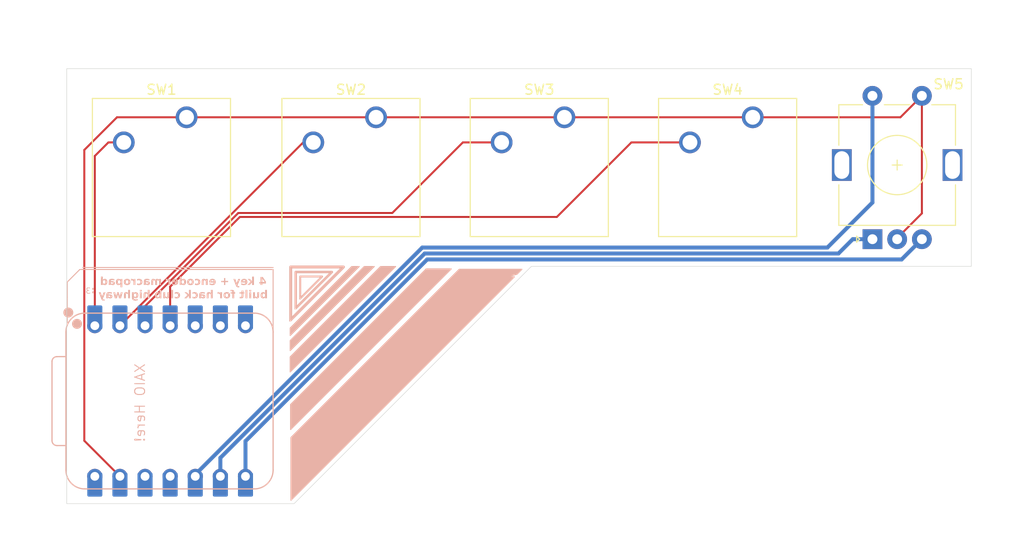
<source format=kicad_pcb>
(kicad_pcb (version 20241229) (generator "pcbnew") (generator_version "9.0")
  (layers (0 "F.Cu" signal) (2 "B.Cu" signal) (13 "F.Paste" user) (15 "B.Paste" user) (5 "F.SilkS" user "F.Silkscreen") (7 "B.SilkS" user "B.Silkscreen") (1 "F.Mask" user) (3 "B.Mask" user) (25 "Edge.Cuts" user))
  (net 0 "")
  (net 1 "GND")
  (net 2 "SWITCH4")
  (net 3 "+5V")
  (net 4 "ENCODER_B")
  (net 5 "SWITCH1")
  (net 6 "SWITCH2")
  (net 7 "SWITCH3")
  (net 9 "SWITCH_EC11")
  (net 10 "ENCODER_A")
  (footprint "Button_Switch_Keyboard:SW_Cherry_MX_1.00u_PCB" (layer "F.Cu") (at 97.79 99.92)
    (property "Reference" "SW2" (at -2.54 -2.794 0) (layer "F.SilkS"))
    (property "Value" "SW_Push_45deg")
    (fp_line (start -9.525 -1.905) (end 4.445 -1.905) (stroke (width 0.12)) (layer "F.SilkS"))
    (fp_line (start -9.525 12.065) (end -9.525 -1.905) (stroke (width 0.12)) (layer "F.SilkS"))
    (fp_line (start 4.445 -1.905) (end 4.445 12.065) (stroke (width 0.12)) (layer "F.SilkS"))
    (fp_line (start 4.445 12.065) (end -9.525 12.065) (stroke (width 0.12)) (layer "F.SilkS"))
    (pad "" np_thru_hole circle (at -7.62 5.08) (size 1.7 1.7) (drill 1.7) (layers "*.Cu" "*.Mask"))
    (pad "" np_thru_hole circle (at -2.54 5.08) (size 4 4) (drill 4) (layers "*.Cu" "*.Mask"))
    (pad "" np_thru_hole circle (at 2.54 5.08) (size 1.7 1.7) (drill 1.7) (layers "*.Cu" "*.Mask"))
    (pad "1" thru_hole circle (at 0 0) (size 2.2 2.2) (drill 1.5) (layers "*.Cu" "*.Mask") (net 1 "GND"))
    (pad "2" thru_hole circle (at -6.35 2.54) (size 2.2 2.2) (drill 1.5) (layers "*.Cu" "*.Mask") (net 6 "SWITCH2"))
  )
  (footprint "Button_Switch_Keyboard:SW_Cherry_MX_1.00u_PCB" (layer "F.Cu") (at 135.89 99.92)
    (property "Reference" "SW4" (at -2.54 -2.794 0) (layer "F.SilkS"))
    (property "Value" "SW_Push_45deg")
    (fp_line (start -9.525 -1.905) (end 4.445 -1.905) (stroke (width 0.12)) (layer "F.SilkS"))
    (fp_line (start -9.525 12.065) (end -9.525 -1.905) (stroke (width 0.12)) (layer "F.SilkS"))
    (fp_line (start 4.445 -1.905) (end 4.445 12.065) (stroke (width 0.12)) (layer "F.SilkS"))
    (fp_line (start 4.445 12.065) (end -9.525 12.065) (stroke (width 0.12)) (layer "F.SilkS"))
    (pad "" np_thru_hole circle (at -7.62 5.08) (size 1.7 1.7) (drill 1.7) (layers "*.Cu" "*.Mask"))
    (pad "" np_thru_hole circle (at -2.54 5.08) (size 4 4) (drill 4) (layers "*.Cu" "*.Mask"))
    (pad "" np_thru_hole circle (at 2.54 5.08) (size 1.7 1.7) (drill 1.7) (layers "*.Cu" "*.Mask"))
    (pad "1" thru_hole circle (at 0 0) (size 2.2 2.2) (drill 1.5) (layers "*.Cu" "*.Mask") (net 1 "GND"))
    (pad "2" thru_hole circle (at -6.35 2.54) (size 2.2 2.2) (drill 1.5) (layers "*.Cu" "*.Mask") (net 2 "SWITCH4"))
  )
  (footprint "Rotary_Encoder:RotaryEncoder_Alps_EC11E-Switch_Vertical_H20mm" (layer "F.Cu") (at 148 112.25 90)
    (property "Reference" "SW5" (at 15.6792 7.702 180) (layer "F.SilkS"))
    (property "Value" "RotaryEncoder_Switch")
    (fp_line (start 13.6 -3.4) (end 13.6 -1) (stroke (width 0.12)) (layer "F.SilkS"))
    (fp_line (start 9.5 -3.4) (end 13.6 -3.4) (stroke (width 0.12)) (layer "F.SilkS"))
    (fp_line (start 5.5 -3.4) (end 1.4 -3.4) (stroke (width 0.12)) (layer "F.SilkS"))
    (fp_line (start 1.4 -3.4) (end 1.4 8.4) (stroke (width 0.12)) (layer "F.SilkS"))
    (fp_line (start 0.3 -1.6) (end 0 -1.3) (stroke (width 0.12)) (layer "F.SilkS"))
    (fp_line (start -0.3 -1.6) (end 0.3 -1.6) (stroke (width 0.12)) (layer "F.SilkS"))
    (fp_line (start 0 -1.3) (end -0.3 -1.6) (stroke (width 0.12)) (layer "F.SilkS"))
    (fp_line (start 13.6 1.2) (end 13.6 3.8) (stroke (width 0.12)) (layer "F.SilkS"))
    (fp_line (start 7.5 2) (end 7.5 3) (stroke (width 0.12)) (layer "F.SilkS"))
    (fp_line (start 7 2.5) (end 8 2.5) (stroke (width 0.12)) (layer "F.SilkS"))
    (fp_line (start 13.6 6) (end 13.6 8.4) (stroke (width 0.12)) (layer "F.SilkS"))
    (fp_line (start 13.6 8.4) (end 9.5 8.4) (stroke (width 0.12)) (layer "F.SilkS"))
    (fp_line (start 5.5 8.4) (end 1.4 8.4) (stroke (width 0.12)) (layer "F.SilkS"))
    (fp_circle (center 7.5 2.5) (end 10.5 2.5) (stroke (width 0.12)) (fill no) (layer "F.SilkS"))
    (pad "A" thru_hole rect (at 0 0 90) (size 2 2) (drill 1) (layers "*.Cu" "*.Mask") (net 10 "ENCODER_A"))
    (pad "B" thru_hole circle (at 0 5 90) (size 2 2) (drill 1) (layers "*.Cu" "*.Mask") (net 4 "ENCODER_B"))
    (pad "C" thru_hole circle (at 0 2.5 90) (size 2 2) (drill 1) (layers "*.Cu" "*.Mask") (net 1 "GND"))
    (pad "MP" thru_hole rect (at 7.5 -3.1 90) (size 3.2 2) (drill oval 2.8 1.5) (layers "*.Cu" "*.Mask"))
    (pad "MP" thru_hole rect (at 7.5 8.1 90) (size 3.2 2) (drill oval 2.8 1.5) (layers "*.Cu" "*.Mask"))
    (pad "S1" thru_hole circle (at 14.5 5 90) (size 2 2) (drill 1) (layers "*.Cu" "*.Mask") (net 1 "GND"))
    (pad "S2" thru_hole circle (at 14.5 0 90) (size 2 2) (drill 1) (layers "*.Cu" "*.Mask") (net 9 "SWITCH_EC11"))
  )
  (footprint "Button_Switch_Keyboard:SW_Cherry_MX_1.00u_PCB" (layer "F.Cu") (at 116.84 99.92)
    (property "Reference" "SW3" (at -2.54 -2.794 0) (layer "F.SilkS"))
    (property "Value" "SW_Push_45deg")
    (fp_line (start -9.525 -1.905) (end 4.445 -1.905) (stroke (width 0.12)) (layer "F.SilkS"))
    (fp_line (start -9.525 12.065) (end -9.525 -1.905) (stroke (width 0.12)) (layer "F.SilkS"))
    (fp_line (start 4.445 -1.905) (end 4.445 12.065) (stroke (width 0.12)) (layer "F.SilkS"))
    (fp_line (start 4.445 12.065) (end -9.525 12.065) (stroke (width 0.12)) (layer "F.SilkS"))
    (pad "" np_thru_hole circle (at -7.62 5.08) (size 1.7 1.7) (drill 1.7) (layers "*.Cu" "*.Mask"))
    (pad "" np_thru_hole circle (at -2.54 5.08) (size 4 4) (drill 4) (layers "*.Cu" "*.Mask"))
    (pad "" np_thru_hole circle (at 2.54 5.08) (size 1.7 1.7) (drill 1.7) (layers "*.Cu" "*.Mask"))
    (pad "1" thru_hole circle (at 0 0) (size 2.2 2.2) (drill 1.5) (layers "*.Cu" "*.Mask") (net 1 "GND"))
    (pad "2" thru_hole circle (at -6.35 2.54) (size 2.2 2.2) (drill 1.5) (layers "*.Cu" "*.Mask") (net 7 "SWITCH3"))
  )
  (footprint "Button_Switch_Keyboard:SW_Cherry_MX_1.00u_PCB" (layer "F.Cu") (at 78.62 99.92)
    (property "Reference" "SW1" (at -2.54 -2.794 0) (layer "F.SilkS"))
    (property "Value" "SW_Push_45deg")
    (fp_line (start -9.525 -1.905) (end 4.445 -1.905) (stroke (width 0.12)) (layer "F.SilkS"))
    (fp_line (start -9.525 12.065) (end -9.525 -1.905) (stroke (width 0.12)) (layer "F.SilkS"))
    (fp_line (start 4.445 -1.905) (end 4.445 12.065) (stroke (width 0.12)) (layer "F.SilkS"))
    (fp_line (start 4.445 12.065) (end -9.525 12.065) (stroke (width 0.12)) (layer "F.SilkS"))
    (pad "" np_thru_hole circle (at -7.62 5.08) (size 1.7 1.7) (drill 1.7) (layers "*.Cu" "*.Mask"))
    (pad "" np_thru_hole circle (at -2.54 5.08) (size 4 4) (drill 4) (layers "*.Cu" "*.Mask"))
    (pad "" np_thru_hole circle (at 2.54 5.08) (size 1.7 1.7) (drill 1.7) (layers "*.Cu" "*.Mask"))
    (pad "1" thru_hole circle (at 0 0) (size 2.2 2.2) (drill 1.5) (layers "*.Cu" "*.Mask") (net 1 "GND"))
    (pad "2" thru_hole circle (at -6.35 2.54) (size 2.2 2.2) (drill 1.5) (layers "*.Cu" "*.Mask") (net 5 "SWITCH1"))
  )
  (footprint "Seeed Studio XIAO Series Library:XIAO-RP2040-DIP" (layer "B.Cu") (at 76.96 128.62 -90)
    (property "Reference" "U1" (hide yes))
    (property "Value" "XIAO-RP2040-DIP")
    (fp_line (start -3.991272 11.951) (end 4.004 11.951) (stroke (width 0.127)) (layer "B.SilkS"))
    (fp_line (start 4.504 11.451) (end 4.504 10.541) (stroke (width 0.127)) (layer "B.SilkS"))
    (fp_line (start -4.495 10.541) (end -4.491272 11.451272) (stroke (width 0.127)) (layer "B.SilkS"))
    (fp_line (start 6.985 10.541) (end -6.985 10.541) (stroke (width 0.1)) (layer "B.SilkS"))
    (fp_line (start 6.985 10.541) (end -6.985 10.541) (stroke (width 0.127)) (layer "B.SilkS"))
    (fp_line (start -8.89 -8.509) (end -8.89 8.636) (stroke (width 0.127)) (layer "B.SilkS"))
    (fp_line (start 8.89 -8.509) (end 8.89 8.636) (stroke (width 0.127)) (layer "B.SilkS"))
    (fp_line (start -6.985 -10.414) (end 6.985 -10.414) (stroke (width 0.127)) (layer "B.SilkS"))
    (fp_arc (start -3.991272 11.951) (mid -4.344724 11.804644) (end -4.491272 11.451272) (stroke (width 0.127)) (layer "B.SilkS"))
    (fp_arc (start 4.504 11.451) (mid 4.357553 11.804553) (end 4.004 11.951) (stroke (width 0.127)) (layer "B.SilkS"))
    (fp_arc (start -6.985 10.541) (mid -8.332038 9.983038) (end -8.89 8.636) (stroke (width 0.127)) (layer "B.SilkS"))
    (fp_arc (start 8.89 8.636) (mid 8.332038 9.983038) (end 6.985 10.541) (stroke (width 0.127)) (layer "B.SilkS"))
    (fp_arc (start -8.89 -8.509) (mid -8.332038 -9.856038) (end -6.985 -10.414) (stroke (width 0.127)) (layer "B.SilkS"))
    (fp_arc (start 6.985 -10.414) (mid 8.332038 -9.856038) (end 8.89 -8.509) (stroke (width 0.127)) (layer "B.SilkS"))
    (fp_circle (center -8.95 10.3) (end -8.95 10.554) (stroke (width 0.5)) (fill yes) (layer "B.SilkS"))
    (fp_circle (center -7.807 9.42) (end -7.807 9.674) (stroke (width 0.5)) (fill yes) (layer "B.SilkS"))
    (pad "1" smd roundrect (at -8.455 7.62 90) (size 2.432 1.524) (layers "B.Cu" "B.Mask") (roundrect_rratio 0.1) (net 5 "SWITCH1"))
    (pad "1" thru_hole circle (at -7.62 7.62 90) (size 1.524 1.524) (drill 0.889) (layers "*.Cu" "*.Mask") (net 5 "SWITCH1"))
    (pad "2" smd roundrect (at -8.455 5.08 90) (size 2.432 1.524) (layers "B.Cu" "B.Mask") (roundrect_rratio 0.1) (net 6 "SWITCH2"))
    (pad "2" thru_hole circle (at -7.62 5.08 90) (size 1.524 1.524) (drill 0.889) (layers "*.Cu" "*.Mask") (net 6 "SWITCH2"))
    (pad "3" smd roundrect (at -8.455 2.54 90) (size 2.432 1.524) (layers "B.Cu" "B.Mask") (roundrect_rratio 0.1) (net 7 "SWITCH3"))
    (pad "3" thru_hole circle (at -7.62 2.54 90) (size 1.524 1.524) (drill 0.889) (layers "*.Cu" "*.Mask") (net 7 "SWITCH3"))
    (pad "4" smd roundrect (at -8.455 0 90) (size 2.432 1.524) (layers "B.Cu" "B.Mask") (roundrect_rratio 0.1) (net 2 "SWITCH4"))
    (pad "4" thru_hole circle (at -7.62 0 90) (size 1.524 1.524) (drill 0.889) (layers "*.Cu" "*.Mask") (net 2 "SWITCH4"))
    (pad "5" smd roundrect (at -8.455 -2.54 90) (size 2.432 1.524) (layers "B.Cu" "B.Mask") (roundrect_rratio 0.1))
    (pad "5" thru_hole circle (at -7.62 -2.54 90) (size 1.524 1.524) (drill 0.889) (layers "*.Cu" "*.Mask"))
    (pad "6" smd roundrect (at -8.455 -5.08 90) (size 2.432 1.524) (layers "B.Cu" "B.Mask") (roundrect_rratio 0.1))
    (pad "6" thru_hole circle (at -7.62 -5.08 90) (size 1.524 1.524) (drill 0.889) (layers "*.Cu" "*.Mask"))
    (pad "7" smd roundrect (at -8.455 -7.62 90) (size 2.432 1.524) (layers "B.Cu" "B.Mask") (roundrect_rratio 0.1))
    (pad "7" thru_hole circle (at -7.62 -7.62 90) (size 1.524 1.524) (drill 0.889) (layers "*.Cu" "*.Mask"))
    (pad "8" thru_hole circle (at 7.62 -7.62 270) (size 1.524 1.524) (drill 0.889) (layers "*.Cu" "*.Mask") (net 4 "ENCODER_B"))
    (pad "8" smd roundrect (at 8.455 -7.62 270) (size 2.432 1.524) (layers "B.Cu" "B.Mask") (roundrect_rratio 0.1) (net 4 "ENCODER_B"))
    (pad "9" thru_hole circle (at 7.62 -5.08 270) (size 1.524 1.524) (drill 0.889) (layers "*.Cu" "*.Mask") (net 10 "ENCODER_A"))
    (pad "9" smd roundrect (at 8.455 -5.08 270) (size 2.432 1.524) (layers "B.Cu" "B.Mask") (roundrect_rratio 0.1) (net 10 "ENCODER_A"))
    (pad "10" thru_hole circle (at 7.62 -2.54 270) (size 1.524 1.524) (drill 0.889) (layers "*.Cu" "*.Mask") (net 9 "SWITCH_EC11"))
    (pad "10" smd roundrect (at 8.455 -2.54 270) (size 2.432 1.524) (layers "B.Cu" "B.Mask") (roundrect_rratio 0.1) (net 9 "SWITCH_EC11"))
    (pad "11" thru_hole circle (at 7.62 0 270) (size 1.524 1.524) (drill 0.889) (layers "*.Cu" "*.Mask"))
    (pad "11" smd roundrect (at 8.455 0 270) (size 2.432 1.524) (layers "B.Cu" "B.Mask") (roundrect_rratio 0.1))
    (pad "12" thru_hole circle (at 7.62 2.54 270) (size 1.524 1.524) (drill 0.889) (layers "*.Cu" "*.Mask"))
    (pad "12" smd roundrect (at 8.455 2.54 270) (size 2.432 1.524) (layers "B.Cu" "B.Mask") (roundrect_rratio 0.1))
    (pad "13" thru_hole circle (at 7.62 5.08 270) (size 1.524 1.524) (drill 0.889) (layers "*.Cu" "*.Mask") (net 1 "GND"))
    (pad "13" smd roundrect (at 8.455 5.08 270) (size 2.432 1.524) (layers "B.Cu" "B.Mask") (roundrect_rratio 0.1) (net 1 "GND"))
    (pad "14" thru_hole circle (at 7.62 7.62 270) (size 1.524 1.524) (drill 0.889) (layers "*.Cu" "*.Mask") (net 3 "+5V"))
    (pad "14" smd roundrect (at 8.455 7.62 270) (size 2.432 1.524) (layers "B.Cu" "B.Mask") (roundrect_rratio 0.1) (net 3 "+5V"))
  )
  (gr_line (start 87.376 115.1128) (end 68.1228 115.1128) (stroke (width 0.1)) (layer "B.SilkS"))
  (gr_poly (pts (xy 90.1192 116.0272) (xy 90.1192 118.237) (xy 92.329 116.0272)) (stroke (width 0.2)) (fill no) (layer "B.SilkS"))
  (gr_poly (pts (xy 89.1413 131.5085) (xy 105.3973 115.2525) (xy 102.8573 115.2525) (xy 89.1413 128.9685)) (stroke (width 0.1)) (fill yes) (layer "B.SilkS"))
  (gr_poly (pts (xy 89.662 115.57) (xy 89.662 119.2276) (xy 93.3196 115.57)) (stroke (width 0.25)) (fill no) (layer "B.SilkS"))
  (gr_line (start 87.376 115.316) (end 67.818 115.316) (stroke (width 0.1)) (layer "B.SilkS"))
  (gr_poly (pts (xy 89.1032 125.6792) (xy 99.7712 115.0112) (xy 98.2472 115.0112) (xy 89.1032 124.1552)) (stroke (width 0.1)) (fill yes) (layer "B.SilkS"))
  (gr_line (start 66.548 120.904) (end 66.548 120.945908) (stroke (width 0.1)) (layer "B.SilkS"))
  (gr_poly (pts (xy 89.1032 123.5202) (xy 97.6122 115.0112) (xy 96.5962 115.0112) (xy 89.1032 122.5042)) (stroke (width 0.1)) (fill yes) (layer "B.SilkS"))
  (gr_line (start 66.548 116.586) (end 66.548 118.11) (stroke (width 0.1)) (layer "B.SilkS"))
  (gr_line (start 87.376 115.316) (end 87.376 121.3612) (stroke (width 0.1)) (layer "B.SilkS"))
  (gr_poly (pts (xy 90.065956 132.184514) (xy 106.194956 116.055514) (xy 111.782956 116.055514) (xy 112.544956 115.293514) (xy 106.194956 115.293514) (xy 89.176956 132.311514) (xy 89.176956 138.661514) (xy 92.732956 135.105514) (xy 112.036956 115.801514) (xy 111.020956 116.055514) (xy 92.35108 134.469638)) (stroke (width 0.1)) (fill yes) (layer "B.SilkS"))
  (gr_line (start 67.818 115.316) (end 66.548 116.586) (stroke (width 0.1)) (layer "B.SilkS"))
  (gr_poly (pts (xy 89.1032 121.9962) (xy 96.0882 115.0112) (xy 95.3262 115.0112) (xy 89.1032 121.2342)) (stroke (width 0.1)) (fill yes) (layer "B.SilkS"))
  (gr_poly (pts (xy 94.488 115.062) (xy 89.154 120.396) (xy 89.154 115.062) (xy 89.154 115.316) (xy 89.154 115.062)) (stroke (width 0.3)) (fill no) (layer "B.SilkS"))
  (gr_line (start 66.548 118.11) (end 66.548 120.904) (stroke (width 0.1)) (layer "B.SilkS"))
  (gr_poly (pts (xy 111.528956 115.547514) (xy 108.607956 118.468514) (xy 105.940956 115.801514)) (stroke (width 0.1)) (fill yes) (layer "B.SilkS"))
  (gr_poly (pts (xy 66.5 95) (xy 66.5 139) (xy 89.5 139) (xy 113.5 115) (xy 158 115) (xy 158 95)) (stroke (width 0.05)) (fill no) (layer "Edge.Cuts"))
  (gr_text ":" (at 68.965834 117.834179 0) (layer "B.SilkS") (effects (font (size 0.7 0.7) (thickness 0.14) (bold yes)) (justify left bottom)))
  (gr_text "XAIO Here!" (at 74.5 124.75 90) (layer "B.SilkS") (effects (font (size 1 1) (thickness 0.1)) (justify left bottom mirror)))
  (gr_text "3" (at 68.9356 117.856 0) (layer "B.SilkS") (effects (font (size 0.6 0.6) (thickness 0.1)) (justify left bottom mirror)))
  (gr_text "SLIPBOARD" (at 108.480956 118.595514 45) (layer "B.SilkS" knockout) (effects (font (size 2.6 2.6) (thickness 0.65) (bold yes)) (justify left bottom mirror)))
  (gr_text "4 key + encoder macropad\nbuilt for hack club highway\n" (at 78.2828 118.364 0) (layer "B.SilkS") (effects (font (size 0.8 0.8) (thickness 0.1) (bold yes)) (justify bottom mirror)))
  (segment (start 68.277 132.637) (end 71.88 136.24) (width 0.2) (layer "F.Cu") (net 1))
  (segment (start 78.62 99.92) (end 78.92 99.92) (width 0.2) (layer "F.Cu") (net 1))
  (segment (start 71.58 99.92) (end 68.277 103.223) (width 0.2) (layer "F.Cu") (net 1))
  (segment (start 78.62 99.92) (end 97.79 99.92) (width 0.2) (layer "F.Cu") (net 1))
  (segment (start 116.84 99.92) (end 135.89 99.92) (width 0.2) (layer "F.Cu") (net 1))
  (segment (start 68.277 103.223) (end 68.277 132.637) (width 0.2) (layer "F.Cu") (net 1))
  (segment (start 135.89 99.92) (end 150.83 99.92) (width 0.2) (layer "F.Cu") (net 1))
  (segment (start 97.79 99.92) (end 116.84 99.92) (width 0.2) (layer "F.Cu") (net 1))
  (segment (start 150.83 99.92) (end 153 97.75) (width 0.2) (layer "F.Cu") (net 1))
  (segment (start 153 109.636) (end 150.5 112.136) (width 0.2) (layer "F.Cu") (net 1))
  (segment (start 153 97.75) (end 153 109.636) (width 0.2) (layer "F.Cu") (net 1))
  (segment (start 78.92 99.92) (end 79 100) (width 0.2) (layer "F.Cu") (net 1))
  (segment (start 78.62 99.92) (end 71.58 99.92) (width 0.2) (layer "F.Cu") (net 1))
  (segment (start 150.5 112.136) (end 150.5 112.25) (width 0.2) (layer "B.Cu") (net 1))
  (segment (start 76.96 117.0542) (end 76.96 121) (width 0.2) (layer "F.Cu") (net 2))
  (segment (start 84.0142 110) (end 76.96 117.0542) (width 0.2) (layer "F.Cu") (net 2))
  (segment (start 116.07847 110) (end 84.0142 110) (width 0.2) (layer "F.Cu") (net 2))
  (segment (start 123.61847 102.46) (end 116.07847 110) (width 0.2) (layer "F.Cu") (net 2))
  (segment (start 129.54 102.46) (end 123.61847 102.46) (width 0.2) (layer "F.Cu") (net 2))
  (segment (start 153 112.25) (end 153 112.5) (width 0.2) (layer "F.Cu") (net 4))
  (segment (start 84.58 132.67794) (end 102.95894 114.299) (width 0.4) (layer "B.Cu") (net 4))
  (segment (start 150.951 114.299) (end 153 112.25) (width 0.4) (layer "B.Cu") (net 4))
  (segment (start 102.95894 114.299) (end 150.951 114.299) (width 0.4) (layer "B.Cu") (net 4))
  (segment (start 84.58 136.24) (end 84.58 132.67794) (width 0.4) (layer "B.Cu") (net 4))
  (segment (start 72.2 102.9) (end 72.27 102.83) (width 0.2) (layer "F.Cu") (net 5))
  (segment (start 72.27 102.46) (end 70.714366 102.46) (width 0.2) (layer "F.Cu") (net 5))
  (segment (start 70.714366 102.46) (end 69.34 103.834366) (width 0.2) (layer "F.Cu") (net 5))
  (segment (start 69.34 103.834366) (end 69.34 121) (width 0.2) (layer "F.Cu") (net 5))
  (segment (start 72.27 102.83) (end 72.27 102.46) (width 0.2) (layer "F.Cu") (net 5))
  (segment (start 90.42 102.46) (end 71.88 121) (width 0.2) (layer "F.Cu") (net 6))
  (segment (start 91.44 102.46) (end 90.42 102.46) (width 0.2) (layer "F.Cu") (net 6))
  (segment (start 106.56847 102.46) (end 99.42947 109.599) (width 0.2) (layer "F.Cu") (net 7))
  (segment (start 74.42 119.0271) (end 74.42 121) (width 0.2) (layer "F.Cu") (net 7))
  (segment (start 110.49 102.46) (end 106.56847 102.46) (width 0.2) (layer "F.Cu") (net 7))
  (segment (start 99.42947 109.599) (end 83.8481 109.599) (width 0.2) (layer "F.Cu") (net 7))
  (segment (start 83.8481 109.599) (end 74.42 119.0271) (width 0.2) (layer "F.Cu") (net 7))
  (segment (start 148 108.54) (end 143.443 113.097) (width 0.4) (layer "B.Cu") (net 9))
  (segment (start 148 97.75) (end 148 108.54) (width 0.4) (layer "B.Cu") (net 9))
  (segment (start 143.443 113.097) (end 102.461056 113.097) (width 0.4) (layer "B.Cu") (net 9))
  (segment (start 79.5 136.058056) (end 79.5 136.24) (width 0.4) (layer "B.Cu") (net 9))
  (segment (start 102.461056 113.097) (end 79.5 136.058056) (width 0.4) (layer "B.Cu") (net 9))
  (segment (start 147.349 112.901) (end 148 112.25) (width 0.2) (layer "F.Cu") (net 10))
  (segment (start 144.560636 113.698) (end 146.008636 112.25) (width 0.4) (layer "B.Cu") (net 10))
  (segment (start 146.008636 112.25) (end 148 112.25) (width 0.4) (layer "B.Cu") (net 10))
  (segment (start 102.71 113.698) (end 144.560636 113.698) (width 0.4) (layer "B.Cu") (net 10))
  (segment (start 82.04 134.368) (end 102.71 113.698) (width 0.4) (layer "B.Cu") (net 10))
  (segment (start 82.04 136.24) (end 82.04 134.368) (width 0.4) (layer "B.Cu") (net 10))
)
</source>
